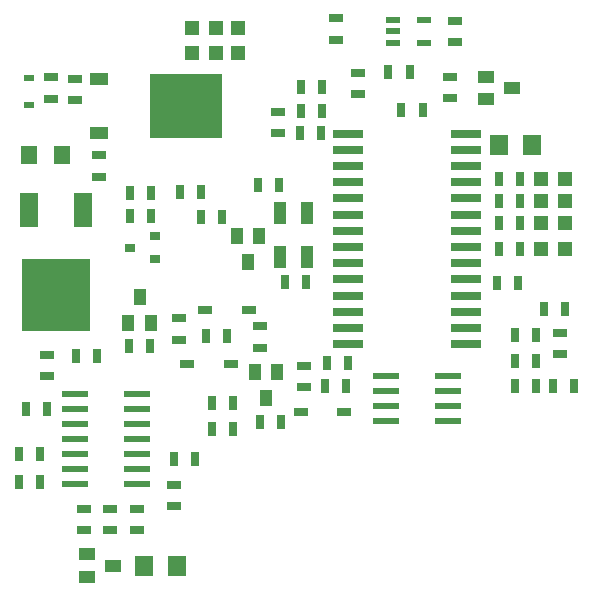
<source format=gtp>
G75*
G70*
%OFA0B0*%
%FSLAX24Y24*%
%IPPOS*%
%LPD*%
%AMOC8*
5,1,8,0,0,1.08239X$1,22.5*
%
%ADD10R,0.0984X0.0276*%
%ADD11R,0.0472X0.0315*%
%ADD12R,0.0315X0.0472*%
%ADD13R,0.0472X0.0472*%
%ADD14R,0.0433X0.0748*%
%ADD15R,0.0551X0.0394*%
%ADD16R,0.0870X0.0240*%
%ADD17R,0.0866X0.0236*%
%ADD18R,0.0630X0.0709*%
%ADD19R,0.0630X0.1181*%
%ADD20R,0.2283X0.2441*%
%ADD21R,0.0394X0.0551*%
%ADD22R,0.0472X0.0276*%
%ADD23R,0.0354X0.0315*%
%ADD24R,0.2441X0.2126*%
%ADD25R,0.0630X0.0394*%
%ADD26R,0.0327X0.0248*%
%ADD27R,0.0551X0.0630*%
%ADD28R,0.0472X0.0217*%
D10*
X012057Y010798D03*
X012057Y011338D03*
X012057Y011877D03*
X012057Y012416D03*
X012057Y012956D03*
X012057Y013495D03*
X012057Y014034D03*
X012057Y014574D03*
X012057Y015113D03*
X012057Y015653D03*
X012057Y016192D03*
X012057Y016731D03*
X012057Y017271D03*
X012057Y017810D03*
X015994Y017810D03*
X015994Y017271D03*
X015994Y016731D03*
X015994Y016192D03*
X015994Y015653D03*
X015994Y015113D03*
X015994Y014574D03*
X015994Y014034D03*
X015994Y013495D03*
X015994Y012956D03*
X015994Y012416D03*
X015994Y011877D03*
X015994Y011338D03*
X015994Y010798D03*
D11*
X019120Y010473D03*
X019120Y011182D03*
X015439Y018993D03*
X015439Y019702D03*
X015616Y020867D03*
X015616Y021576D03*
X012400Y019836D03*
X012400Y019127D03*
X011640Y020946D03*
X011640Y021654D03*
X009711Y018544D03*
X009711Y017836D03*
X006404Y011654D03*
X006404Y010946D03*
X009128Y010678D03*
X009128Y011387D03*
X010577Y010080D03*
X010577Y009371D03*
X006246Y006103D03*
X006246Y005395D03*
X005026Y005316D03*
X005026Y004607D03*
X004120Y004607D03*
X004120Y005316D03*
X003254Y005316D03*
X003254Y004607D03*
X002034Y009725D03*
X002034Y010434D03*
X003766Y016379D03*
X003766Y017088D03*
X002939Y018938D03*
X002939Y019647D03*
X002152Y019686D03*
X002152Y018977D03*
D12*
X004790Y015828D03*
X004790Y015080D03*
X005498Y015080D03*
X005498Y015828D03*
X006443Y015867D03*
X007152Y015867D03*
X007152Y015040D03*
X007860Y015040D03*
X009053Y016107D03*
X009762Y016107D03*
X010443Y017851D03*
X010471Y018568D03*
X011179Y018568D03*
X011152Y017851D03*
X011179Y019371D03*
X010471Y019371D03*
X013400Y019855D03*
X014109Y019855D03*
X013833Y018611D03*
X014542Y018611D03*
X017085Y016308D03*
X017085Y015584D03*
X017085Y014820D03*
X017794Y014820D03*
X017794Y015584D03*
X017794Y016308D03*
X017794Y013977D03*
X017085Y013977D03*
X017006Y012820D03*
X017715Y012820D03*
X018589Y011969D03*
X019297Y011969D03*
X018333Y011103D03*
X017624Y011103D03*
X017624Y010237D03*
X017624Y009410D03*
X018333Y009410D03*
X018884Y009410D03*
X018333Y010237D03*
X019593Y009410D03*
X012053Y010174D03*
X011345Y010174D03*
X011286Y009410D03*
X011994Y009410D03*
X009829Y008190D03*
X009120Y008190D03*
X008223Y007969D03*
X007514Y007969D03*
X007522Y008828D03*
X008231Y008828D03*
X006955Y006969D03*
X006246Y006969D03*
X003687Y010395D03*
X002979Y010395D03*
X002026Y008623D03*
X001317Y008623D03*
X001081Y007135D03*
X001790Y007135D03*
X001790Y006214D03*
X001081Y006214D03*
X004750Y010749D03*
X005459Y010749D03*
X007309Y011064D03*
X008018Y011064D03*
X009959Y012859D03*
X010668Y012859D03*
D13*
X008372Y020493D03*
X007664Y020493D03*
X007664Y021320D03*
X008372Y021320D03*
X006837Y021320D03*
X006837Y020493D03*
X018475Y016308D03*
X018475Y015584D03*
X018475Y014820D03*
X019301Y014820D03*
X019301Y015584D03*
X019301Y016308D03*
X019301Y013977D03*
X018475Y013977D03*
D14*
X010691Y013710D03*
X009786Y013710D03*
X009786Y015166D03*
X010691Y015166D03*
D15*
X003345Y003040D03*
X003345Y003788D03*
X004211Y003414D03*
X016652Y018962D03*
X016652Y019710D03*
X017518Y019336D03*
D16*
X015383Y009743D03*
X015383Y009243D03*
X015383Y008743D03*
X015383Y008243D03*
X013323Y008243D03*
X013323Y008743D03*
X013323Y009243D03*
X013323Y009743D03*
D17*
X005014Y009135D03*
X005014Y008635D03*
X005014Y008135D03*
X005014Y007635D03*
X005014Y007135D03*
X005014Y006635D03*
X005014Y006135D03*
X002967Y006135D03*
X002967Y006635D03*
X002967Y007135D03*
X002967Y007635D03*
X002967Y008135D03*
X002967Y008635D03*
X002967Y009135D03*
D18*
X005250Y003403D03*
X006353Y003403D03*
X017085Y017442D03*
X018187Y017442D03*
D19*
X003207Y015277D03*
X001412Y015277D03*
D20*
X002309Y012450D03*
D21*
X004731Y011497D03*
X005479Y011497D03*
X005105Y012363D03*
X008353Y014410D03*
X009101Y014410D03*
X008727Y013544D03*
X008943Y009883D03*
X009691Y009883D03*
X009317Y009017D03*
D22*
X010479Y008544D03*
X011935Y008544D03*
X008746Y011930D03*
X007290Y011930D03*
X006699Y010119D03*
X008156Y010119D03*
D23*
X005616Y013643D03*
X005616Y014391D03*
X004790Y014017D03*
D24*
X006640Y018741D03*
D25*
X003766Y017843D03*
X003766Y019639D03*
D26*
X001404Y019666D03*
X001404Y018761D03*
D27*
X001404Y017088D03*
X002506Y017088D03*
D28*
X013569Y020847D03*
X013569Y021221D03*
X013569Y021595D03*
X014593Y021595D03*
X014593Y020847D03*
M02*

</source>
